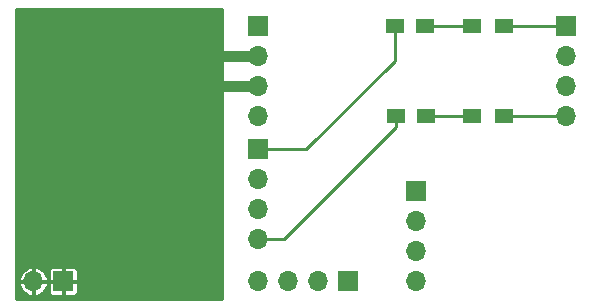
<source format=gbl>
G04 #@! TF.GenerationSoftware,KiCad,Pcbnew,5.1.5*
G04 #@! TF.CreationDate,2020-05-30T11:49:08+02:00*
G04 #@! TF.ProjectId,PIV_CDMix,5049565f-4344-44d6-9978-2e6b69636164,rev?*
G04 #@! TF.SameCoordinates,Original*
G04 #@! TF.FileFunction,Copper,L2,Bot*
G04 #@! TF.FilePolarity,Positive*
%FSLAX46Y46*%
G04 Gerber Fmt 4.6, Leading zero omitted, Abs format (unit mm)*
G04 Created by KiCad (PCBNEW 5.1.5) date 2020-05-30 11:49:08*
%MOMM*%
%LPD*%
G04 APERTURE LIST*
%ADD10O,1.700000X1.700000*%
%ADD11R,1.700000X1.700000*%
%ADD12R,1.500000X1.300000*%
%ADD13R,1.500000X1.250000*%
%ADD14C,0.250000*%
%ADD15C,0.889000*%
%ADD16C,0.254000*%
G04 APERTURE END LIST*
D10*
X170815000Y-102870000D03*
X170815000Y-100330000D03*
X170815000Y-97790000D03*
D11*
X170815000Y-95250000D03*
D10*
X144780000Y-116840000D03*
X147320000Y-116840000D03*
X149860000Y-116840000D03*
D11*
X152400000Y-116840000D03*
D10*
X158115000Y-116840000D03*
X158115000Y-114300000D03*
X158115000Y-111760000D03*
D11*
X158115000Y-109220000D03*
D12*
X162861000Y-102870000D03*
X165561000Y-102870000D03*
X162861000Y-95250000D03*
X165561000Y-95250000D03*
D10*
X125730000Y-116840000D03*
D11*
X128270000Y-116840000D03*
D10*
X144780000Y-102870000D03*
X144780000Y-100330000D03*
X144780000Y-97790000D03*
D11*
X144780000Y-95250000D03*
D13*
X156484000Y-102870000D03*
X158984000Y-102870000D03*
X156357000Y-95250000D03*
X158857000Y-95250000D03*
D10*
X144780000Y-113284000D03*
X144780000Y-110744000D03*
X144780000Y-108204000D03*
D11*
X144780000Y-105664000D03*
D14*
X146945000Y-113284000D02*
X145982081Y-113284000D01*
X145982081Y-113284000D02*
X144780000Y-113284000D01*
X156484000Y-103745000D02*
X146945000Y-113284000D01*
X156484000Y-102870000D02*
X156484000Y-103745000D01*
X148844000Y-105664000D02*
X144780000Y-105664000D01*
X156357000Y-95250000D02*
X156357000Y-98151000D01*
X156357000Y-98151000D02*
X148844000Y-105664000D01*
X162861000Y-95250000D02*
X158857000Y-95250000D01*
X162861000Y-102870000D02*
X158984000Y-102870000D01*
D15*
X144780000Y-97790000D02*
X141351000Y-97790000D01*
X144780000Y-100330000D02*
X141478000Y-100330000D01*
D14*
X170815000Y-95250000D02*
X165561000Y-95250000D01*
X170815000Y-102870000D02*
X165561000Y-102870000D01*
D16*
G36*
X141732000Y-118339000D02*
G01*
X124231000Y-118339000D01*
X124231000Y-117057617D01*
X124518387Y-117057617D01*
X124584123Y-117289810D01*
X124693894Y-117504717D01*
X124843482Y-117694079D01*
X125027139Y-117850619D01*
X125237806Y-117968322D01*
X125467388Y-118042664D01*
X125512383Y-118051612D01*
X125704600Y-117975466D01*
X125704600Y-116865400D01*
X125755400Y-116865400D01*
X125755400Y-117975466D01*
X125947617Y-118051612D01*
X125992612Y-118042664D01*
X126222194Y-117968322D01*
X126432861Y-117850619D01*
X126616518Y-117694079D01*
X126619740Y-117690000D01*
X127037157Y-117690000D01*
X127044513Y-117764689D01*
X127066299Y-117836508D01*
X127101678Y-117902696D01*
X127149289Y-117960711D01*
X127207304Y-118008322D01*
X127273492Y-118043701D01*
X127345311Y-118065487D01*
X127420000Y-118072843D01*
X128149350Y-118071000D01*
X128244600Y-117975750D01*
X128244600Y-116865400D01*
X128295400Y-116865400D01*
X128295400Y-117975750D01*
X128390650Y-118071000D01*
X129120000Y-118072843D01*
X129194689Y-118065487D01*
X129266508Y-118043701D01*
X129332696Y-118008322D01*
X129390711Y-117960711D01*
X129438322Y-117902696D01*
X129473701Y-117836508D01*
X129495487Y-117764689D01*
X129502843Y-117690000D01*
X129501000Y-116960650D01*
X129405750Y-116865400D01*
X128295400Y-116865400D01*
X128244600Y-116865400D01*
X127134250Y-116865400D01*
X127039000Y-116960650D01*
X127037157Y-117690000D01*
X126619740Y-117690000D01*
X126766106Y-117504717D01*
X126875877Y-117289810D01*
X126941613Y-117057617D01*
X126865489Y-116865400D01*
X125755400Y-116865400D01*
X125704600Y-116865400D01*
X124594511Y-116865400D01*
X124518387Y-117057617D01*
X124231000Y-117057617D01*
X124231000Y-116622383D01*
X124518387Y-116622383D01*
X124594511Y-116814600D01*
X125704600Y-116814600D01*
X125704600Y-115704534D01*
X125755400Y-115704534D01*
X125755400Y-116814600D01*
X126865489Y-116814600D01*
X126941613Y-116622383D01*
X126875877Y-116390190D01*
X126766106Y-116175283D01*
X126619741Y-115990000D01*
X127037157Y-115990000D01*
X127039000Y-116719350D01*
X127134250Y-116814600D01*
X128244600Y-116814600D01*
X128244600Y-115704250D01*
X128295400Y-115704250D01*
X128295400Y-116814600D01*
X129405750Y-116814600D01*
X129501000Y-116719350D01*
X129502843Y-115990000D01*
X129495487Y-115915311D01*
X129473701Y-115843492D01*
X129438322Y-115777304D01*
X129390711Y-115719289D01*
X129332696Y-115671678D01*
X129266508Y-115636299D01*
X129194689Y-115614513D01*
X129120000Y-115607157D01*
X128390650Y-115609000D01*
X128295400Y-115704250D01*
X128244600Y-115704250D01*
X128149350Y-115609000D01*
X127420000Y-115607157D01*
X127345311Y-115614513D01*
X127273492Y-115636299D01*
X127207304Y-115671678D01*
X127149289Y-115719289D01*
X127101678Y-115777304D01*
X127066299Y-115843492D01*
X127044513Y-115915311D01*
X127037157Y-115990000D01*
X126619741Y-115990000D01*
X126616518Y-115985921D01*
X126432861Y-115829381D01*
X126222194Y-115711678D01*
X125992612Y-115637336D01*
X125947617Y-115628388D01*
X125755400Y-115704534D01*
X125704600Y-115704534D01*
X125512383Y-115628388D01*
X125467388Y-115637336D01*
X125237806Y-115711678D01*
X125027139Y-115829381D01*
X124843482Y-115985921D01*
X124693894Y-116175283D01*
X124584123Y-116390190D01*
X124518387Y-116622383D01*
X124231000Y-116622383D01*
X124231000Y-93751000D01*
X141732000Y-93751000D01*
X141732000Y-118339000D01*
G37*
X141732000Y-118339000D02*
X124231000Y-118339000D01*
X124231000Y-117057617D01*
X124518387Y-117057617D01*
X124584123Y-117289810D01*
X124693894Y-117504717D01*
X124843482Y-117694079D01*
X125027139Y-117850619D01*
X125237806Y-117968322D01*
X125467388Y-118042664D01*
X125512383Y-118051612D01*
X125704600Y-117975466D01*
X125704600Y-116865400D01*
X125755400Y-116865400D01*
X125755400Y-117975466D01*
X125947617Y-118051612D01*
X125992612Y-118042664D01*
X126222194Y-117968322D01*
X126432861Y-117850619D01*
X126616518Y-117694079D01*
X126619740Y-117690000D01*
X127037157Y-117690000D01*
X127044513Y-117764689D01*
X127066299Y-117836508D01*
X127101678Y-117902696D01*
X127149289Y-117960711D01*
X127207304Y-118008322D01*
X127273492Y-118043701D01*
X127345311Y-118065487D01*
X127420000Y-118072843D01*
X128149350Y-118071000D01*
X128244600Y-117975750D01*
X128244600Y-116865400D01*
X128295400Y-116865400D01*
X128295400Y-117975750D01*
X128390650Y-118071000D01*
X129120000Y-118072843D01*
X129194689Y-118065487D01*
X129266508Y-118043701D01*
X129332696Y-118008322D01*
X129390711Y-117960711D01*
X129438322Y-117902696D01*
X129473701Y-117836508D01*
X129495487Y-117764689D01*
X129502843Y-117690000D01*
X129501000Y-116960650D01*
X129405750Y-116865400D01*
X128295400Y-116865400D01*
X128244600Y-116865400D01*
X127134250Y-116865400D01*
X127039000Y-116960650D01*
X127037157Y-117690000D01*
X126619740Y-117690000D01*
X126766106Y-117504717D01*
X126875877Y-117289810D01*
X126941613Y-117057617D01*
X126865489Y-116865400D01*
X125755400Y-116865400D01*
X125704600Y-116865400D01*
X124594511Y-116865400D01*
X124518387Y-117057617D01*
X124231000Y-117057617D01*
X124231000Y-116622383D01*
X124518387Y-116622383D01*
X124594511Y-116814600D01*
X125704600Y-116814600D01*
X125704600Y-115704534D01*
X125755400Y-115704534D01*
X125755400Y-116814600D01*
X126865489Y-116814600D01*
X126941613Y-116622383D01*
X126875877Y-116390190D01*
X126766106Y-116175283D01*
X126619741Y-115990000D01*
X127037157Y-115990000D01*
X127039000Y-116719350D01*
X127134250Y-116814600D01*
X128244600Y-116814600D01*
X128244600Y-115704250D01*
X128295400Y-115704250D01*
X128295400Y-116814600D01*
X129405750Y-116814600D01*
X129501000Y-116719350D01*
X129502843Y-115990000D01*
X129495487Y-115915311D01*
X129473701Y-115843492D01*
X129438322Y-115777304D01*
X129390711Y-115719289D01*
X129332696Y-115671678D01*
X129266508Y-115636299D01*
X129194689Y-115614513D01*
X129120000Y-115607157D01*
X128390650Y-115609000D01*
X128295400Y-115704250D01*
X128244600Y-115704250D01*
X128149350Y-115609000D01*
X127420000Y-115607157D01*
X127345311Y-115614513D01*
X127273492Y-115636299D01*
X127207304Y-115671678D01*
X127149289Y-115719289D01*
X127101678Y-115777304D01*
X127066299Y-115843492D01*
X127044513Y-115915311D01*
X127037157Y-115990000D01*
X126619741Y-115990000D01*
X126616518Y-115985921D01*
X126432861Y-115829381D01*
X126222194Y-115711678D01*
X125992612Y-115637336D01*
X125947617Y-115628388D01*
X125755400Y-115704534D01*
X125704600Y-115704534D01*
X125512383Y-115628388D01*
X125467388Y-115637336D01*
X125237806Y-115711678D01*
X125027139Y-115829381D01*
X124843482Y-115985921D01*
X124693894Y-116175283D01*
X124584123Y-116390190D01*
X124518387Y-116622383D01*
X124231000Y-116622383D01*
X124231000Y-93751000D01*
X141732000Y-93751000D01*
X141732000Y-118339000D01*
M02*

</source>
